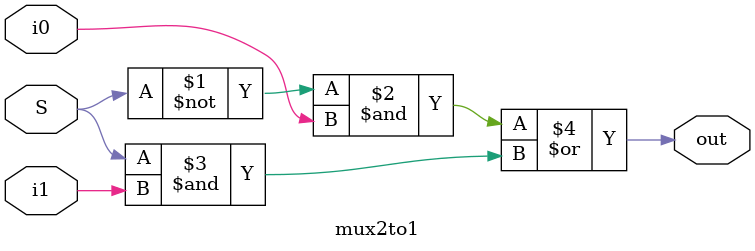
<source format=v>

module mux2to1 (i0, i1, S, out);
input i0, i1, S;
output out;

assign out = ~S & i0 | S & i1;

endmodule
</source>
